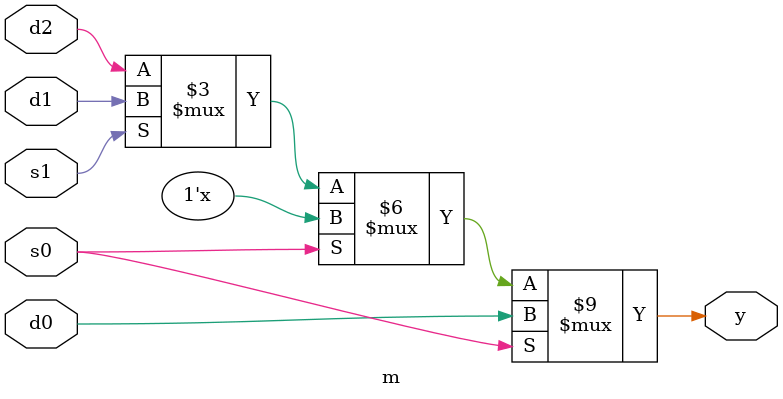
<source format=sv>
module m(input logic s0,s1, d0,d1,d2, output logic y);
  always_comb begin
    if (s0) y = d0;
    else if (s1) y = d1;
    else y = d2;
  end
endmodule

</source>
